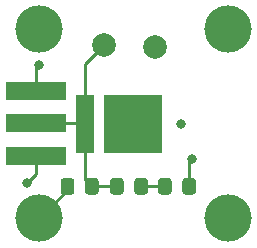
<source format=gbr>
%TF.GenerationSoftware,KiCad,Pcbnew,(5.1.6-0-10_14)*%
%TF.CreationDate,2022-03-24T08:42:33-07:00*%
%TF.ProjectId,pockels_modulator_pcb,706f636b-656c-4735-9f6d-6f64756c6174,rev?*%
%TF.SameCoordinates,Original*%
%TF.FileFunction,Copper,L1,Top*%
%TF.FilePolarity,Positive*%
%FSLAX46Y46*%
G04 Gerber Fmt 4.6, Leading zero omitted, Abs format (unit mm)*
G04 Created by KiCad (PCBNEW (5.1.6-0-10_14)) date 2022-03-24 08:42:33*
%MOMM*%
%LPD*%
G01*
G04 APERTURE LIST*
%TA.AperFunction,ComponentPad*%
%ADD10C,4.000000*%
%TD*%
%TA.AperFunction,SMDPad,CuDef*%
%ADD11R,5.080000X1.600000*%
%TD*%
%TA.AperFunction,SMDPad,CuDef*%
%ADD12R,1.500000X5.000000*%
%TD*%
%TA.AperFunction,SMDPad,CuDef*%
%ADD13R,5.000000X5.000000*%
%TD*%
%TA.AperFunction,ComponentPad*%
%ADD14C,0.500000*%
%TD*%
%TA.AperFunction,ComponentPad*%
%ADD15C,2.000000*%
%TD*%
%TA.AperFunction,ViaPad*%
%ADD16C,0.800000*%
%TD*%
%TA.AperFunction,Conductor*%
%ADD17C,0.250000*%
%TD*%
G04 APERTURE END LIST*
D10*
%TO.P,H4,1*%
%TO.N,GND*%
X208000000Y-108000000D03*
%TD*%
%TO.P,H1,1*%
%TO.N,GND*%
X208000000Y-92000000D03*
%TD*%
D11*
%TO.P,J1,2*%
%TO.N,GND*%
X191770000Y-102719000D03*
X191770000Y-97179000D03*
%TO.P,J1,1*%
%TO.N,Net-(C1-Pad1)*%
X191770000Y-99949000D03*
%TD*%
%TO.P,R1,2*%
%TO.N,GND*%
%TA.AperFunction,SMDPad,CuDef*%
G36*
G01*
X195003000Y-104832999D02*
X195003000Y-105733001D01*
G75*
G02*
X194753001Y-105983000I-249999J0D01*
G01*
X194102999Y-105983000D01*
G75*
G02*
X193853000Y-105733001I0J249999D01*
G01*
X193853000Y-104832999D01*
G75*
G02*
X194102999Y-104583000I249999J0D01*
G01*
X194753001Y-104583000D01*
G75*
G02*
X195003000Y-104832999I0J-249999D01*
G01*
G37*
%TD.AperFunction*%
%TO.P,R1,1*%
%TO.N,Net-(C1-Pad1)*%
%TA.AperFunction,SMDPad,CuDef*%
G36*
G01*
X197053000Y-104832999D02*
X197053000Y-105733001D01*
G75*
G02*
X196803001Y-105983000I-249999J0D01*
G01*
X196152999Y-105983000D01*
G75*
G02*
X195903000Y-105733001I0J249999D01*
G01*
X195903000Y-104832999D01*
G75*
G02*
X196152999Y-104583000I249999J0D01*
G01*
X196803001Y-104583000D01*
G75*
G02*
X197053000Y-104832999I0J-249999D01*
G01*
G37*
%TD.AperFunction*%
%TD*%
D12*
%TO.P,C1,1*%
%TO.N,Net-(C1-Pad1)*%
X195936000Y-100000000D03*
D13*
%TO.P,C1,2*%
%TO.N,GND*%
X200000000Y-100000000D03*
D14*
X200000000Y-100000000D03*
X201016000Y-100000000D03*
X202032000Y-100000000D03*
X202032000Y-101016000D03*
X201016000Y-101016000D03*
X200000000Y-101016000D03*
X200000000Y-102032000D03*
X201016000Y-102032000D03*
X202032000Y-102032000D03*
X200000000Y-98984000D03*
X201016000Y-98984000D03*
X202032000Y-98984000D03*
X202032000Y-97968000D03*
X201016000Y-97968000D03*
X200000000Y-97968000D03*
X198984000Y-97968000D03*
X198984000Y-98984000D03*
X198984000Y-100000000D03*
X198984000Y-101016000D03*
X198984000Y-102032000D03*
X197968000Y-102032000D03*
X197968000Y-101016000D03*
X197968000Y-100000000D03*
X197968000Y-98984000D03*
X197968000Y-97968000D03*
%TD*%
D10*
%TO.P,H3,1*%
%TO.N,GND*%
X192000000Y-108000000D03*
%TD*%
%TO.P,H2,1*%
%TO.N,GND*%
X192000000Y-92000000D03*
%TD*%
D15*
%TO.P,TP2,1*%
%TO.N,GND*%
X201803000Y-93472000D03*
%TD*%
%TO.P,TP1,1*%
%TO.N,Net-(C1-Pad1)*%
X197485000Y-93345000D03*
%TD*%
%TO.P,D2,2*%
%TO.N,Net-(D1-Pad2)*%
%TA.AperFunction,SMDPad,CuDef*%
G36*
G01*
X203249000Y-104832999D02*
X203249000Y-105733001D01*
G75*
G02*
X202999001Y-105983000I-249999J0D01*
G01*
X202348999Y-105983000D01*
G75*
G02*
X202099000Y-105733001I0J249999D01*
G01*
X202099000Y-104832999D01*
G75*
G02*
X202348999Y-104583000I249999J0D01*
G01*
X202999001Y-104583000D01*
G75*
G02*
X203249000Y-104832999I0J-249999D01*
G01*
G37*
%TD.AperFunction*%
%TO.P,D2,1*%
%TO.N,GND*%
%TA.AperFunction,SMDPad,CuDef*%
G36*
G01*
X205299000Y-104832999D02*
X205299000Y-105733001D01*
G75*
G02*
X205049001Y-105983000I-249999J0D01*
G01*
X204398999Y-105983000D01*
G75*
G02*
X204149000Y-105733001I0J249999D01*
G01*
X204149000Y-104832999D01*
G75*
G02*
X204398999Y-104583000I249999J0D01*
G01*
X205049001Y-104583000D01*
G75*
G02*
X205299000Y-104832999I0J-249999D01*
G01*
G37*
%TD.AperFunction*%
%TD*%
%TO.P,D1,2*%
%TO.N,Net-(D1-Pad2)*%
%TA.AperFunction,SMDPad,CuDef*%
G36*
G01*
X200085000Y-105733001D02*
X200085000Y-104832999D01*
G75*
G02*
X200334999Y-104583000I249999J0D01*
G01*
X200985001Y-104583000D01*
G75*
G02*
X201235000Y-104832999I0J-249999D01*
G01*
X201235000Y-105733001D01*
G75*
G02*
X200985001Y-105983000I-249999J0D01*
G01*
X200334999Y-105983000D01*
G75*
G02*
X200085000Y-105733001I0J249999D01*
G01*
G37*
%TD.AperFunction*%
%TO.P,D1,1*%
%TO.N,Net-(C1-Pad1)*%
%TA.AperFunction,SMDPad,CuDef*%
G36*
G01*
X198035000Y-105733001D02*
X198035000Y-104832999D01*
G75*
G02*
X198284999Y-104583000I249999J0D01*
G01*
X198935001Y-104583000D01*
G75*
G02*
X199185000Y-104832999I0J-249999D01*
G01*
X199185000Y-105733001D01*
G75*
G02*
X198935001Y-105983000I-249999J0D01*
G01*
X198284999Y-105983000D01*
G75*
G02*
X198035000Y-105733001I0J249999D01*
G01*
G37*
%TD.AperFunction*%
%TD*%
D16*
%TO.N,GND*%
X204000000Y-100000000D03*
X205000000Y-103000000D03*
X192000000Y-95000000D03*
X191000000Y-105000000D03*
%TD*%
D17*
%TO.N,Net-(C1-Pad1)*%
X195885000Y-99949000D02*
X195936000Y-100000000D01*
X191770000Y-99949000D02*
X195885000Y-99949000D01*
X195936000Y-104741000D02*
X196478000Y-105283000D01*
X195936000Y-100000000D02*
X195936000Y-104741000D01*
X196478000Y-105283000D02*
X198610000Y-105283000D01*
X195936000Y-94894000D02*
X195936000Y-100000000D01*
X197485000Y-93345000D02*
X195936000Y-94894000D01*
%TO.N,Net-(D1-Pad2)*%
X200660000Y-105283000D02*
X202674000Y-105283000D01*
%TO.N,GND*%
X199898000Y-99898000D02*
X200000000Y-100000000D01*
X200076000Y-100076000D02*
X200000000Y-100000000D01*
X199898000Y-100102000D02*
X200000000Y-100000000D01*
X204724000Y-103276000D02*
X205000000Y-103000000D01*
X204724000Y-105283000D02*
X204724000Y-103276000D01*
X194428000Y-105572000D02*
X194428000Y-105283000D01*
X192000000Y-108000000D02*
X194428000Y-105572000D01*
X191770000Y-95230000D02*
X192000000Y-95000000D01*
X191770000Y-97179000D02*
X191770000Y-95230000D01*
X191770000Y-104230000D02*
X191000000Y-105000000D01*
X191770000Y-102719000D02*
X191770000Y-104230000D01*
%TD*%
M02*

</source>
